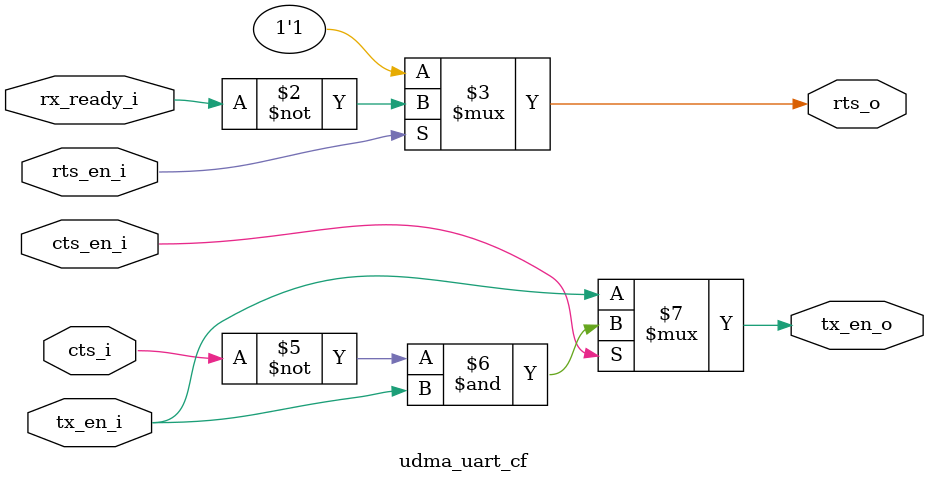
<source format=sv>
module udma_uart_cf (
	input  logic            rts_en_i,
	input  logic			rx_ready_i,

	input  logic			cts_en_i,
	input  logic			cts_i,
	input  logic			tx_en_i,

	output logic			rts_o,

	output logic			tx_en_o
	);

    //assign rts_o = ~rx_ready_i & rts_en_i;
    assign rts_o = (rts_en_i == 1) ? ~rx_ready_i : 1'b1;

    assign tx_en_o = (cts_en_i == 1) ? (~cts_i & tx_en_i) : tx_en_i;

endmodule

</source>
